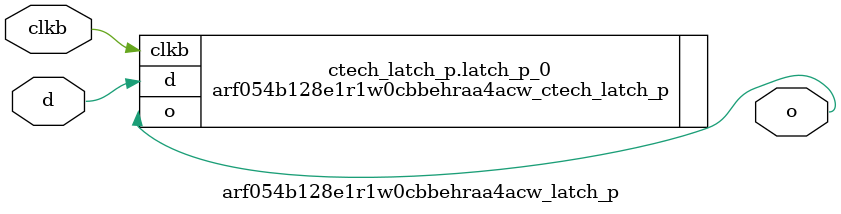
<source format=sv>

`ifndef ARF054B128E1R1W0CBBEHRAA4ACW_LATCH_P_SV
`define ARF054B128E1R1W0CBBEHRAA4ACW_LATCH_P_SV

module arf054b128e1r1w0cbbehraa4acw_latch_p #
(
  parameter CTECH = 1
)
(
  output logic o,
  input  logic d,
  input  logic clkb
);

  if (CTECH == 1) begin: ctech_latch_p
    arf054b128e1r1w0cbbehraa4acw_ctech_latch_p latch_p_0 (.o(o),.d(d),.clkb(clkb));
  end
  else begin
    always_latch begin
      if (~clkb) begin
        o <= d;
      end
    end
  end

endmodule // arf054b128e1r1w0cbbehraa4acw_latch_p

`endif // ARF054B128E1R1W0CBBEHRAA4ACW_LATCH_P_SV
</source>
